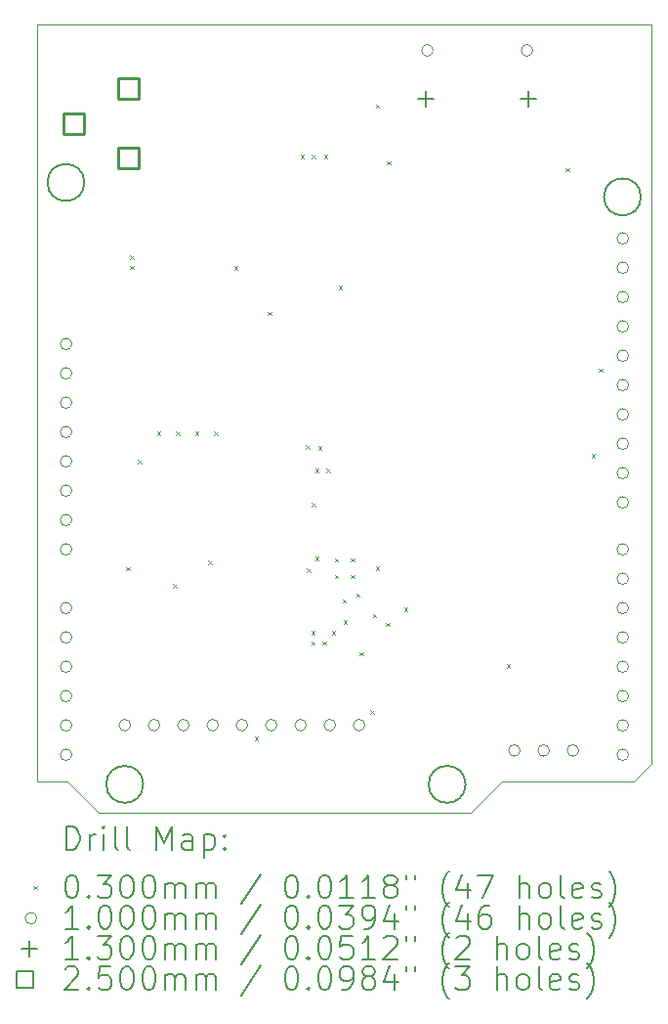
<source format=gbr>
%TF.GenerationSoftware,KiCad,Pcbnew,(6.0.8)*%
%TF.CreationDate,2022-12-17T17:30:58+01:00*%
%TF.ProjectId,anac_2040,616e6163-5f32-4303-9430-2e6b69636164,rev?*%
%TF.SameCoordinates,Original*%
%TF.FileFunction,Drillmap*%
%TF.FilePolarity,Positive*%
%FSLAX45Y45*%
G04 Gerber Fmt 4.5, Leading zero omitted, Abs format (unit mm)*
G04 Created by KiCad (PCBNEW (6.0.8)) date 2022-12-17 17:30:58*
%MOMM*%
%LPD*%
G01*
G04 APERTURE LIST*
%ADD10C,0.200000*%
%ADD11C,0.100000*%
%ADD12C,0.030000*%
%ADD13C,0.130000*%
%ADD14C,0.250000*%
G04 APERTURE END LIST*
D10*
X16550000Y-12045000D02*
G75*
G03*
X16550000Y-12045000I-160000J0D01*
G01*
X13245000Y-6835000D02*
G75*
G03*
X13245000Y-6835000I-160000J0D01*
G01*
D11*
X18162400Y-5470100D02*
X12837400Y-5470100D01*
D10*
X13755000Y-12045000D02*
G75*
G03*
X13755000Y-12045000I-160000J0D01*
G01*
X18070000Y-6960000D02*
G75*
G03*
X18070000Y-6960000I-160000J0D01*
G01*
D11*
X13100000Y-12020100D02*
X13372400Y-12295100D01*
X18012400Y-12020100D02*
X18162400Y-11870000D01*
X18162400Y-11870000D02*
X18162400Y-5470100D01*
X16862400Y-12020100D02*
X18012400Y-12020100D01*
X13372400Y-12295100D02*
X16592400Y-12295100D01*
X12837400Y-12020100D02*
X13100000Y-12020100D01*
X16592400Y-12295100D02*
X16862400Y-12020100D01*
X12837400Y-5470100D02*
X12837400Y-12020100D01*
D10*
D12*
X13607400Y-10165100D02*
X13637400Y-10195100D01*
X13637400Y-10165100D02*
X13607400Y-10195100D01*
X13640000Y-7465000D02*
X13670000Y-7495000D01*
X13670000Y-7465000D02*
X13640000Y-7495000D01*
X13640000Y-7555000D02*
X13670000Y-7585000D01*
X13670000Y-7555000D02*
X13640000Y-7585000D01*
X13707400Y-9235100D02*
X13737400Y-9265100D01*
X13737400Y-9235100D02*
X13707400Y-9265100D01*
X13875000Y-8992500D02*
X13905000Y-9022500D01*
X13905000Y-8992500D02*
X13875000Y-9022500D01*
X14012400Y-10310100D02*
X14042400Y-10340100D01*
X14042400Y-10310100D02*
X14012400Y-10340100D01*
X14040667Y-8992500D02*
X14070667Y-9022500D01*
X14070667Y-8992500D02*
X14040667Y-9022500D01*
X14206333Y-8992500D02*
X14236333Y-9022500D01*
X14236333Y-8992500D02*
X14206333Y-9022500D01*
X14317400Y-10110100D02*
X14347400Y-10140100D01*
X14347400Y-10110100D02*
X14317400Y-10140100D01*
X14372000Y-8992500D02*
X14402000Y-9022500D01*
X14402000Y-8992500D02*
X14372000Y-9022500D01*
X14545000Y-7560000D02*
X14575000Y-7590000D01*
X14575000Y-7560000D02*
X14545000Y-7590000D01*
X14723000Y-11633800D02*
X14753000Y-11663800D01*
X14753000Y-11633800D02*
X14723000Y-11663800D01*
X14837823Y-7955000D02*
X14867823Y-7985000D01*
X14867823Y-7955000D02*
X14837823Y-7985000D01*
X15117650Y-6595000D02*
X15147650Y-6625000D01*
X15147650Y-6595000D02*
X15117650Y-6625000D01*
X15166735Y-9111691D02*
X15196735Y-9141691D01*
X15196735Y-9111691D02*
X15166735Y-9141691D01*
X15172952Y-10176598D02*
X15202952Y-10206598D01*
X15202952Y-10176598D02*
X15172952Y-10206598D01*
X15212350Y-10807674D02*
X15242350Y-10837674D01*
X15242350Y-10807674D02*
X15212350Y-10837674D01*
X15212417Y-10717724D02*
X15242417Y-10747724D01*
X15242417Y-10717724D02*
X15212417Y-10747724D01*
X15217400Y-9610100D02*
X15247400Y-9640100D01*
X15247400Y-9610100D02*
X15217400Y-9640100D01*
X15217650Y-6595000D02*
X15247650Y-6625000D01*
X15247650Y-6595000D02*
X15217650Y-6625000D01*
X15245539Y-10073590D02*
X15275539Y-10103590D01*
X15275539Y-10073590D02*
X15245539Y-10103590D01*
X15247000Y-9311823D02*
X15277000Y-9341823D01*
X15277000Y-9311823D02*
X15247000Y-9341823D01*
X15272000Y-9117500D02*
X15302000Y-9147500D01*
X15302000Y-9117500D02*
X15272000Y-9147500D01*
X15309875Y-10807674D02*
X15339875Y-10837674D01*
X15339875Y-10807674D02*
X15309875Y-10837674D01*
X15322550Y-6595000D02*
X15352550Y-6625000D01*
X15352550Y-6595000D02*
X15322550Y-6625000D01*
X15341323Y-9311823D02*
X15371323Y-9341823D01*
X15371323Y-9311823D02*
X15341323Y-9341823D01*
X15390050Y-10720100D02*
X15420050Y-10750100D01*
X15420050Y-10720100D02*
X15390050Y-10750100D01*
X15414289Y-10089289D02*
X15444289Y-10119289D01*
X15444289Y-10089289D02*
X15414289Y-10119289D01*
X15414289Y-10230711D02*
X15444289Y-10260711D01*
X15444289Y-10230711D02*
X15414289Y-10260711D01*
X15447500Y-7727500D02*
X15477500Y-7757500D01*
X15477500Y-7727500D02*
X15447500Y-7757500D01*
X15485000Y-10441224D02*
X15515000Y-10471224D01*
X15515000Y-10441224D02*
X15485000Y-10471224D01*
X15493177Y-10626323D02*
X15523177Y-10656323D01*
X15523177Y-10626323D02*
X15493177Y-10656323D01*
X15555711Y-10089289D02*
X15585711Y-10119289D01*
X15585711Y-10089289D02*
X15555711Y-10119289D01*
X15555711Y-10230711D02*
X15585711Y-10260711D01*
X15585711Y-10230711D02*
X15555711Y-10260711D01*
X15600050Y-10391490D02*
X15630050Y-10421490D01*
X15630050Y-10391490D02*
X15600050Y-10421490D01*
X15632400Y-10900100D02*
X15662400Y-10930100D01*
X15662400Y-10900100D02*
X15632400Y-10930100D01*
X15726300Y-11405200D02*
X15756300Y-11435200D01*
X15756300Y-11405200D02*
X15726300Y-11435200D01*
X15745050Y-10568289D02*
X15775050Y-10598289D01*
X15775050Y-10568289D02*
X15745050Y-10598289D01*
X15770000Y-10160000D02*
X15800000Y-10190000D01*
X15800000Y-10160000D02*
X15770000Y-10190000D01*
X15772000Y-6160000D02*
X15802000Y-6190000D01*
X15802000Y-6160000D02*
X15772000Y-6190000D01*
X15859567Y-10645403D02*
X15889567Y-10675403D01*
X15889567Y-10645403D02*
X15859567Y-10675403D01*
X15867400Y-6650150D02*
X15897400Y-6680150D01*
X15897400Y-6650150D02*
X15867400Y-6680150D01*
X16017400Y-10515100D02*
X16047400Y-10545100D01*
X16047400Y-10515100D02*
X16017400Y-10545100D01*
X16907400Y-11005100D02*
X16937400Y-11035100D01*
X16937400Y-11005100D02*
X16907400Y-11035100D01*
X17417400Y-6710100D02*
X17447400Y-6740100D01*
X17447400Y-6710100D02*
X17417400Y-6740100D01*
X17642400Y-9185100D02*
X17672400Y-9215100D01*
X17672400Y-9185100D02*
X17642400Y-9215100D01*
X17705000Y-8445000D02*
X17735000Y-8475000D01*
X17735000Y-8445000D02*
X17705000Y-8475000D01*
D11*
X13137000Y-8232500D02*
G75*
G03*
X13137000Y-8232500I-50000J0D01*
G01*
X13137000Y-8486500D02*
G75*
G03*
X13137000Y-8486500I-50000J0D01*
G01*
X13137000Y-8740500D02*
G75*
G03*
X13137000Y-8740500I-50000J0D01*
G01*
X13137000Y-8994500D02*
G75*
G03*
X13137000Y-8994500I-50000J0D01*
G01*
X13137000Y-9248500D02*
G75*
G03*
X13137000Y-9248500I-50000J0D01*
G01*
X13137000Y-9502500D02*
G75*
G03*
X13137000Y-9502500I-50000J0D01*
G01*
X13137000Y-9756500D02*
G75*
G03*
X13137000Y-9756500I-50000J0D01*
G01*
X13137000Y-10010500D02*
G75*
G03*
X13137000Y-10010500I-50000J0D01*
G01*
X13137000Y-10518500D02*
G75*
G03*
X13137000Y-10518500I-50000J0D01*
G01*
X13137000Y-10772500D02*
G75*
G03*
X13137000Y-10772500I-50000J0D01*
G01*
X13137000Y-11026500D02*
G75*
G03*
X13137000Y-11026500I-50000J0D01*
G01*
X13137000Y-11280500D02*
G75*
G03*
X13137000Y-11280500I-50000J0D01*
G01*
X13137000Y-11534500D02*
G75*
G03*
X13137000Y-11534500I-50000J0D01*
G01*
X13137000Y-11788500D02*
G75*
G03*
X13137000Y-11788500I-50000J0D01*
G01*
X13646000Y-11532000D02*
G75*
G03*
X13646000Y-11532000I-50000J0D01*
G01*
X13900000Y-11532000D02*
G75*
G03*
X13900000Y-11532000I-50000J0D01*
G01*
X14154000Y-11532000D02*
G75*
G03*
X14154000Y-11532000I-50000J0D01*
G01*
X14408000Y-11532000D02*
G75*
G03*
X14408000Y-11532000I-50000J0D01*
G01*
X14662000Y-11532000D02*
G75*
G03*
X14662000Y-11532000I-50000J0D01*
G01*
X14916000Y-11532000D02*
G75*
G03*
X14916000Y-11532000I-50000J0D01*
G01*
X15170000Y-11532000D02*
G75*
G03*
X15170000Y-11532000I-50000J0D01*
G01*
X15424000Y-11532000D02*
G75*
G03*
X15424000Y-11532000I-50000J0D01*
G01*
X15678000Y-11532000D02*
G75*
G03*
X15678000Y-11532000I-50000J0D01*
G01*
X16268000Y-5691250D02*
G75*
G03*
X16268000Y-5691250I-50000J0D01*
G01*
X17022500Y-11752500D02*
G75*
G03*
X17022500Y-11752500I-50000J0D01*
G01*
X17132000Y-5691250D02*
G75*
G03*
X17132000Y-5691250I-50000J0D01*
G01*
X17276500Y-11752500D02*
G75*
G03*
X17276500Y-11752500I-50000J0D01*
G01*
X17530500Y-11752500D02*
G75*
G03*
X17530500Y-11752500I-50000J0D01*
G01*
X17963000Y-7318500D02*
G75*
G03*
X17963000Y-7318500I-50000J0D01*
G01*
X17963000Y-7572500D02*
G75*
G03*
X17963000Y-7572500I-50000J0D01*
G01*
X17963000Y-7826500D02*
G75*
G03*
X17963000Y-7826500I-50000J0D01*
G01*
X17963000Y-8080500D02*
G75*
G03*
X17963000Y-8080500I-50000J0D01*
G01*
X17963000Y-8334500D02*
G75*
G03*
X17963000Y-8334500I-50000J0D01*
G01*
X17963000Y-8588500D02*
G75*
G03*
X17963000Y-8588500I-50000J0D01*
G01*
X17963000Y-8842500D02*
G75*
G03*
X17963000Y-8842500I-50000J0D01*
G01*
X17963000Y-9096500D02*
G75*
G03*
X17963000Y-9096500I-50000J0D01*
G01*
X17963000Y-9350500D02*
G75*
G03*
X17963000Y-9350500I-50000J0D01*
G01*
X17963000Y-9604500D02*
G75*
G03*
X17963000Y-9604500I-50000J0D01*
G01*
X17963000Y-10010500D02*
G75*
G03*
X17963000Y-10010500I-50000J0D01*
G01*
X17963000Y-10264500D02*
G75*
G03*
X17963000Y-10264500I-50000J0D01*
G01*
X17963000Y-10518500D02*
G75*
G03*
X17963000Y-10518500I-50000J0D01*
G01*
X17963000Y-10772500D02*
G75*
G03*
X17963000Y-10772500I-50000J0D01*
G01*
X17963000Y-11026500D02*
G75*
G03*
X17963000Y-11026500I-50000J0D01*
G01*
X17963000Y-11280500D02*
G75*
G03*
X17963000Y-11280500I-50000J0D01*
G01*
X17963000Y-11534500D02*
G75*
G03*
X17963000Y-11534500I-50000J0D01*
G01*
X17963000Y-11788500D02*
G75*
G03*
X17963000Y-11788500I-50000J0D01*
G01*
D13*
X16205000Y-6044250D02*
X16205000Y-6174250D01*
X16140000Y-6109250D02*
X16270000Y-6109250D01*
X17095000Y-6044250D02*
X17095000Y-6174250D01*
X17030000Y-6109250D02*
X17160000Y-6109250D01*
D14*
X13243389Y-6413389D02*
X13243389Y-6236611D01*
X13066611Y-6236611D01*
X13066611Y-6413389D01*
X13243389Y-6413389D01*
X13713389Y-6113389D02*
X13713389Y-5936611D01*
X13536611Y-5936611D01*
X13536611Y-6113389D01*
X13713389Y-6113389D01*
X13713389Y-6713389D02*
X13713389Y-6536611D01*
X13536611Y-6536611D01*
X13536611Y-6713389D01*
X13713389Y-6713389D01*
D10*
X13090019Y-12610576D02*
X13090019Y-12410576D01*
X13137638Y-12410576D01*
X13166209Y-12420100D01*
X13185257Y-12439148D01*
X13194781Y-12458195D01*
X13204305Y-12496290D01*
X13204305Y-12524862D01*
X13194781Y-12562957D01*
X13185257Y-12582005D01*
X13166209Y-12601052D01*
X13137638Y-12610576D01*
X13090019Y-12610576D01*
X13290019Y-12610576D02*
X13290019Y-12477243D01*
X13290019Y-12515338D02*
X13299543Y-12496290D01*
X13309067Y-12486767D01*
X13328114Y-12477243D01*
X13347162Y-12477243D01*
X13413828Y-12610576D02*
X13413828Y-12477243D01*
X13413828Y-12410576D02*
X13404305Y-12420100D01*
X13413828Y-12429624D01*
X13423352Y-12420100D01*
X13413828Y-12410576D01*
X13413828Y-12429624D01*
X13537638Y-12610576D02*
X13518590Y-12601052D01*
X13509067Y-12582005D01*
X13509067Y-12410576D01*
X13642400Y-12610576D02*
X13623352Y-12601052D01*
X13613828Y-12582005D01*
X13613828Y-12410576D01*
X13870971Y-12610576D02*
X13870971Y-12410576D01*
X13937638Y-12553433D01*
X14004305Y-12410576D01*
X14004305Y-12610576D01*
X14185257Y-12610576D02*
X14185257Y-12505814D01*
X14175733Y-12486767D01*
X14156686Y-12477243D01*
X14118590Y-12477243D01*
X14099543Y-12486767D01*
X14185257Y-12601052D02*
X14166209Y-12610576D01*
X14118590Y-12610576D01*
X14099543Y-12601052D01*
X14090019Y-12582005D01*
X14090019Y-12562957D01*
X14099543Y-12543909D01*
X14118590Y-12534386D01*
X14166209Y-12534386D01*
X14185257Y-12524862D01*
X14280495Y-12477243D02*
X14280495Y-12677243D01*
X14280495Y-12486767D02*
X14299543Y-12477243D01*
X14337638Y-12477243D01*
X14356686Y-12486767D01*
X14366209Y-12496290D01*
X14375733Y-12515338D01*
X14375733Y-12572481D01*
X14366209Y-12591528D01*
X14356686Y-12601052D01*
X14337638Y-12610576D01*
X14299543Y-12610576D01*
X14280495Y-12601052D01*
X14461448Y-12591528D02*
X14470971Y-12601052D01*
X14461448Y-12610576D01*
X14451924Y-12601052D01*
X14461448Y-12591528D01*
X14461448Y-12610576D01*
X14461448Y-12486767D02*
X14470971Y-12496290D01*
X14461448Y-12505814D01*
X14451924Y-12496290D01*
X14461448Y-12486767D01*
X14461448Y-12505814D01*
D12*
X12802400Y-12925100D02*
X12832400Y-12955100D01*
X12832400Y-12925100D02*
X12802400Y-12955100D01*
D10*
X13128114Y-12830576D02*
X13147162Y-12830576D01*
X13166209Y-12840100D01*
X13175733Y-12849624D01*
X13185257Y-12868671D01*
X13194781Y-12906767D01*
X13194781Y-12954386D01*
X13185257Y-12992481D01*
X13175733Y-13011528D01*
X13166209Y-13021052D01*
X13147162Y-13030576D01*
X13128114Y-13030576D01*
X13109067Y-13021052D01*
X13099543Y-13011528D01*
X13090019Y-12992481D01*
X13080495Y-12954386D01*
X13080495Y-12906767D01*
X13090019Y-12868671D01*
X13099543Y-12849624D01*
X13109067Y-12840100D01*
X13128114Y-12830576D01*
X13280495Y-13011528D02*
X13290019Y-13021052D01*
X13280495Y-13030576D01*
X13270971Y-13021052D01*
X13280495Y-13011528D01*
X13280495Y-13030576D01*
X13356686Y-12830576D02*
X13480495Y-12830576D01*
X13413828Y-12906767D01*
X13442400Y-12906767D01*
X13461448Y-12916290D01*
X13470971Y-12925814D01*
X13480495Y-12944862D01*
X13480495Y-12992481D01*
X13470971Y-13011528D01*
X13461448Y-13021052D01*
X13442400Y-13030576D01*
X13385257Y-13030576D01*
X13366209Y-13021052D01*
X13356686Y-13011528D01*
X13604305Y-12830576D02*
X13623352Y-12830576D01*
X13642400Y-12840100D01*
X13651924Y-12849624D01*
X13661448Y-12868671D01*
X13670971Y-12906767D01*
X13670971Y-12954386D01*
X13661448Y-12992481D01*
X13651924Y-13011528D01*
X13642400Y-13021052D01*
X13623352Y-13030576D01*
X13604305Y-13030576D01*
X13585257Y-13021052D01*
X13575733Y-13011528D01*
X13566209Y-12992481D01*
X13556686Y-12954386D01*
X13556686Y-12906767D01*
X13566209Y-12868671D01*
X13575733Y-12849624D01*
X13585257Y-12840100D01*
X13604305Y-12830576D01*
X13794781Y-12830576D02*
X13813828Y-12830576D01*
X13832876Y-12840100D01*
X13842400Y-12849624D01*
X13851924Y-12868671D01*
X13861448Y-12906767D01*
X13861448Y-12954386D01*
X13851924Y-12992481D01*
X13842400Y-13011528D01*
X13832876Y-13021052D01*
X13813828Y-13030576D01*
X13794781Y-13030576D01*
X13775733Y-13021052D01*
X13766209Y-13011528D01*
X13756686Y-12992481D01*
X13747162Y-12954386D01*
X13747162Y-12906767D01*
X13756686Y-12868671D01*
X13766209Y-12849624D01*
X13775733Y-12840100D01*
X13794781Y-12830576D01*
X13947162Y-13030576D02*
X13947162Y-12897243D01*
X13947162Y-12916290D02*
X13956686Y-12906767D01*
X13975733Y-12897243D01*
X14004305Y-12897243D01*
X14023352Y-12906767D01*
X14032876Y-12925814D01*
X14032876Y-13030576D01*
X14032876Y-12925814D02*
X14042400Y-12906767D01*
X14061448Y-12897243D01*
X14090019Y-12897243D01*
X14109067Y-12906767D01*
X14118590Y-12925814D01*
X14118590Y-13030576D01*
X14213828Y-13030576D02*
X14213828Y-12897243D01*
X14213828Y-12916290D02*
X14223352Y-12906767D01*
X14242400Y-12897243D01*
X14270971Y-12897243D01*
X14290019Y-12906767D01*
X14299543Y-12925814D01*
X14299543Y-13030576D01*
X14299543Y-12925814D02*
X14309067Y-12906767D01*
X14328114Y-12897243D01*
X14356686Y-12897243D01*
X14375733Y-12906767D01*
X14385257Y-12925814D01*
X14385257Y-13030576D01*
X14775733Y-12821052D02*
X14604305Y-13078195D01*
X15032876Y-12830576D02*
X15051924Y-12830576D01*
X15070971Y-12840100D01*
X15080495Y-12849624D01*
X15090019Y-12868671D01*
X15099543Y-12906767D01*
X15099543Y-12954386D01*
X15090019Y-12992481D01*
X15080495Y-13011528D01*
X15070971Y-13021052D01*
X15051924Y-13030576D01*
X15032876Y-13030576D01*
X15013828Y-13021052D01*
X15004305Y-13011528D01*
X14994781Y-12992481D01*
X14985257Y-12954386D01*
X14985257Y-12906767D01*
X14994781Y-12868671D01*
X15004305Y-12849624D01*
X15013828Y-12840100D01*
X15032876Y-12830576D01*
X15185257Y-13011528D02*
X15194781Y-13021052D01*
X15185257Y-13030576D01*
X15175733Y-13021052D01*
X15185257Y-13011528D01*
X15185257Y-13030576D01*
X15318590Y-12830576D02*
X15337638Y-12830576D01*
X15356686Y-12840100D01*
X15366209Y-12849624D01*
X15375733Y-12868671D01*
X15385257Y-12906767D01*
X15385257Y-12954386D01*
X15375733Y-12992481D01*
X15366209Y-13011528D01*
X15356686Y-13021052D01*
X15337638Y-13030576D01*
X15318590Y-13030576D01*
X15299543Y-13021052D01*
X15290019Y-13011528D01*
X15280495Y-12992481D01*
X15270971Y-12954386D01*
X15270971Y-12906767D01*
X15280495Y-12868671D01*
X15290019Y-12849624D01*
X15299543Y-12840100D01*
X15318590Y-12830576D01*
X15575733Y-13030576D02*
X15461448Y-13030576D01*
X15518590Y-13030576D02*
X15518590Y-12830576D01*
X15499543Y-12859148D01*
X15480495Y-12878195D01*
X15461448Y-12887719D01*
X15766209Y-13030576D02*
X15651924Y-13030576D01*
X15709067Y-13030576D02*
X15709067Y-12830576D01*
X15690019Y-12859148D01*
X15670971Y-12878195D01*
X15651924Y-12887719D01*
X15880495Y-12916290D02*
X15861448Y-12906767D01*
X15851924Y-12897243D01*
X15842400Y-12878195D01*
X15842400Y-12868671D01*
X15851924Y-12849624D01*
X15861448Y-12840100D01*
X15880495Y-12830576D01*
X15918590Y-12830576D01*
X15937638Y-12840100D01*
X15947162Y-12849624D01*
X15956686Y-12868671D01*
X15956686Y-12878195D01*
X15947162Y-12897243D01*
X15937638Y-12906767D01*
X15918590Y-12916290D01*
X15880495Y-12916290D01*
X15861448Y-12925814D01*
X15851924Y-12935338D01*
X15842400Y-12954386D01*
X15842400Y-12992481D01*
X15851924Y-13011528D01*
X15861448Y-13021052D01*
X15880495Y-13030576D01*
X15918590Y-13030576D01*
X15937638Y-13021052D01*
X15947162Y-13011528D01*
X15956686Y-12992481D01*
X15956686Y-12954386D01*
X15947162Y-12935338D01*
X15937638Y-12925814D01*
X15918590Y-12916290D01*
X16032876Y-12830576D02*
X16032876Y-12868671D01*
X16109067Y-12830576D02*
X16109067Y-12868671D01*
X16404305Y-13106767D02*
X16394781Y-13097243D01*
X16375733Y-13068671D01*
X16366209Y-13049624D01*
X16356686Y-13021052D01*
X16347162Y-12973433D01*
X16347162Y-12935338D01*
X16356686Y-12887719D01*
X16366209Y-12859148D01*
X16375733Y-12840100D01*
X16394781Y-12811528D01*
X16404305Y-12802005D01*
X16566209Y-12897243D02*
X16566209Y-13030576D01*
X16518590Y-12821052D02*
X16470971Y-12963909D01*
X16594781Y-12963909D01*
X16651924Y-12830576D02*
X16785257Y-12830576D01*
X16699543Y-13030576D01*
X17013829Y-13030576D02*
X17013829Y-12830576D01*
X17099543Y-13030576D02*
X17099543Y-12925814D01*
X17090019Y-12906767D01*
X17070971Y-12897243D01*
X17042400Y-12897243D01*
X17023352Y-12906767D01*
X17013829Y-12916290D01*
X17223352Y-13030576D02*
X17204305Y-13021052D01*
X17194781Y-13011528D01*
X17185257Y-12992481D01*
X17185257Y-12935338D01*
X17194781Y-12916290D01*
X17204305Y-12906767D01*
X17223352Y-12897243D01*
X17251924Y-12897243D01*
X17270971Y-12906767D01*
X17280495Y-12916290D01*
X17290019Y-12935338D01*
X17290019Y-12992481D01*
X17280495Y-13011528D01*
X17270971Y-13021052D01*
X17251924Y-13030576D01*
X17223352Y-13030576D01*
X17404305Y-13030576D02*
X17385257Y-13021052D01*
X17375733Y-13002005D01*
X17375733Y-12830576D01*
X17556686Y-13021052D02*
X17537638Y-13030576D01*
X17499543Y-13030576D01*
X17480495Y-13021052D01*
X17470971Y-13002005D01*
X17470971Y-12925814D01*
X17480495Y-12906767D01*
X17499543Y-12897243D01*
X17537638Y-12897243D01*
X17556686Y-12906767D01*
X17566210Y-12925814D01*
X17566210Y-12944862D01*
X17470971Y-12963909D01*
X17642400Y-13021052D02*
X17661448Y-13030576D01*
X17699543Y-13030576D01*
X17718590Y-13021052D01*
X17728114Y-13002005D01*
X17728114Y-12992481D01*
X17718590Y-12973433D01*
X17699543Y-12963909D01*
X17670971Y-12963909D01*
X17651924Y-12954386D01*
X17642400Y-12935338D01*
X17642400Y-12925814D01*
X17651924Y-12906767D01*
X17670971Y-12897243D01*
X17699543Y-12897243D01*
X17718590Y-12906767D01*
X17794781Y-13106767D02*
X17804305Y-13097243D01*
X17823352Y-13068671D01*
X17832876Y-13049624D01*
X17842400Y-13021052D01*
X17851924Y-12973433D01*
X17851924Y-12935338D01*
X17842400Y-12887719D01*
X17832876Y-12859148D01*
X17823352Y-12840100D01*
X17804305Y-12811528D01*
X17794781Y-12802005D01*
D11*
X12832400Y-13204100D02*
G75*
G03*
X12832400Y-13204100I-50000J0D01*
G01*
D10*
X13194781Y-13294576D02*
X13080495Y-13294576D01*
X13137638Y-13294576D02*
X13137638Y-13094576D01*
X13118590Y-13123148D01*
X13099543Y-13142195D01*
X13080495Y-13151719D01*
X13280495Y-13275528D02*
X13290019Y-13285052D01*
X13280495Y-13294576D01*
X13270971Y-13285052D01*
X13280495Y-13275528D01*
X13280495Y-13294576D01*
X13413828Y-13094576D02*
X13432876Y-13094576D01*
X13451924Y-13104100D01*
X13461448Y-13113624D01*
X13470971Y-13132671D01*
X13480495Y-13170767D01*
X13480495Y-13218386D01*
X13470971Y-13256481D01*
X13461448Y-13275528D01*
X13451924Y-13285052D01*
X13432876Y-13294576D01*
X13413828Y-13294576D01*
X13394781Y-13285052D01*
X13385257Y-13275528D01*
X13375733Y-13256481D01*
X13366209Y-13218386D01*
X13366209Y-13170767D01*
X13375733Y-13132671D01*
X13385257Y-13113624D01*
X13394781Y-13104100D01*
X13413828Y-13094576D01*
X13604305Y-13094576D02*
X13623352Y-13094576D01*
X13642400Y-13104100D01*
X13651924Y-13113624D01*
X13661448Y-13132671D01*
X13670971Y-13170767D01*
X13670971Y-13218386D01*
X13661448Y-13256481D01*
X13651924Y-13275528D01*
X13642400Y-13285052D01*
X13623352Y-13294576D01*
X13604305Y-13294576D01*
X13585257Y-13285052D01*
X13575733Y-13275528D01*
X13566209Y-13256481D01*
X13556686Y-13218386D01*
X13556686Y-13170767D01*
X13566209Y-13132671D01*
X13575733Y-13113624D01*
X13585257Y-13104100D01*
X13604305Y-13094576D01*
X13794781Y-13094576D02*
X13813828Y-13094576D01*
X13832876Y-13104100D01*
X13842400Y-13113624D01*
X13851924Y-13132671D01*
X13861448Y-13170767D01*
X13861448Y-13218386D01*
X13851924Y-13256481D01*
X13842400Y-13275528D01*
X13832876Y-13285052D01*
X13813828Y-13294576D01*
X13794781Y-13294576D01*
X13775733Y-13285052D01*
X13766209Y-13275528D01*
X13756686Y-13256481D01*
X13747162Y-13218386D01*
X13747162Y-13170767D01*
X13756686Y-13132671D01*
X13766209Y-13113624D01*
X13775733Y-13104100D01*
X13794781Y-13094576D01*
X13947162Y-13294576D02*
X13947162Y-13161243D01*
X13947162Y-13180290D02*
X13956686Y-13170767D01*
X13975733Y-13161243D01*
X14004305Y-13161243D01*
X14023352Y-13170767D01*
X14032876Y-13189814D01*
X14032876Y-13294576D01*
X14032876Y-13189814D02*
X14042400Y-13170767D01*
X14061448Y-13161243D01*
X14090019Y-13161243D01*
X14109067Y-13170767D01*
X14118590Y-13189814D01*
X14118590Y-13294576D01*
X14213828Y-13294576D02*
X14213828Y-13161243D01*
X14213828Y-13180290D02*
X14223352Y-13170767D01*
X14242400Y-13161243D01*
X14270971Y-13161243D01*
X14290019Y-13170767D01*
X14299543Y-13189814D01*
X14299543Y-13294576D01*
X14299543Y-13189814D02*
X14309067Y-13170767D01*
X14328114Y-13161243D01*
X14356686Y-13161243D01*
X14375733Y-13170767D01*
X14385257Y-13189814D01*
X14385257Y-13294576D01*
X14775733Y-13085052D02*
X14604305Y-13342195D01*
X15032876Y-13094576D02*
X15051924Y-13094576D01*
X15070971Y-13104100D01*
X15080495Y-13113624D01*
X15090019Y-13132671D01*
X15099543Y-13170767D01*
X15099543Y-13218386D01*
X15090019Y-13256481D01*
X15080495Y-13275528D01*
X15070971Y-13285052D01*
X15051924Y-13294576D01*
X15032876Y-13294576D01*
X15013828Y-13285052D01*
X15004305Y-13275528D01*
X14994781Y-13256481D01*
X14985257Y-13218386D01*
X14985257Y-13170767D01*
X14994781Y-13132671D01*
X15004305Y-13113624D01*
X15013828Y-13104100D01*
X15032876Y-13094576D01*
X15185257Y-13275528D02*
X15194781Y-13285052D01*
X15185257Y-13294576D01*
X15175733Y-13285052D01*
X15185257Y-13275528D01*
X15185257Y-13294576D01*
X15318590Y-13094576D02*
X15337638Y-13094576D01*
X15356686Y-13104100D01*
X15366209Y-13113624D01*
X15375733Y-13132671D01*
X15385257Y-13170767D01*
X15385257Y-13218386D01*
X15375733Y-13256481D01*
X15366209Y-13275528D01*
X15356686Y-13285052D01*
X15337638Y-13294576D01*
X15318590Y-13294576D01*
X15299543Y-13285052D01*
X15290019Y-13275528D01*
X15280495Y-13256481D01*
X15270971Y-13218386D01*
X15270971Y-13170767D01*
X15280495Y-13132671D01*
X15290019Y-13113624D01*
X15299543Y-13104100D01*
X15318590Y-13094576D01*
X15451924Y-13094576D02*
X15575733Y-13094576D01*
X15509067Y-13170767D01*
X15537638Y-13170767D01*
X15556686Y-13180290D01*
X15566209Y-13189814D01*
X15575733Y-13208862D01*
X15575733Y-13256481D01*
X15566209Y-13275528D01*
X15556686Y-13285052D01*
X15537638Y-13294576D01*
X15480495Y-13294576D01*
X15461448Y-13285052D01*
X15451924Y-13275528D01*
X15670971Y-13294576D02*
X15709067Y-13294576D01*
X15728114Y-13285052D01*
X15737638Y-13275528D01*
X15756686Y-13246957D01*
X15766209Y-13208862D01*
X15766209Y-13132671D01*
X15756686Y-13113624D01*
X15747162Y-13104100D01*
X15728114Y-13094576D01*
X15690019Y-13094576D01*
X15670971Y-13104100D01*
X15661448Y-13113624D01*
X15651924Y-13132671D01*
X15651924Y-13180290D01*
X15661448Y-13199338D01*
X15670971Y-13208862D01*
X15690019Y-13218386D01*
X15728114Y-13218386D01*
X15747162Y-13208862D01*
X15756686Y-13199338D01*
X15766209Y-13180290D01*
X15937638Y-13161243D02*
X15937638Y-13294576D01*
X15890019Y-13085052D02*
X15842400Y-13227909D01*
X15966209Y-13227909D01*
X16032876Y-13094576D02*
X16032876Y-13132671D01*
X16109067Y-13094576D02*
X16109067Y-13132671D01*
X16404305Y-13370767D02*
X16394781Y-13361243D01*
X16375733Y-13332671D01*
X16366209Y-13313624D01*
X16356686Y-13285052D01*
X16347162Y-13237433D01*
X16347162Y-13199338D01*
X16356686Y-13151719D01*
X16366209Y-13123148D01*
X16375733Y-13104100D01*
X16394781Y-13075528D01*
X16404305Y-13066005D01*
X16566209Y-13161243D02*
X16566209Y-13294576D01*
X16518590Y-13085052D02*
X16470971Y-13227909D01*
X16594781Y-13227909D01*
X16756686Y-13094576D02*
X16718590Y-13094576D01*
X16699543Y-13104100D01*
X16690019Y-13113624D01*
X16670971Y-13142195D01*
X16661448Y-13180290D01*
X16661448Y-13256481D01*
X16670971Y-13275528D01*
X16680495Y-13285052D01*
X16699543Y-13294576D01*
X16737638Y-13294576D01*
X16756686Y-13285052D01*
X16766209Y-13275528D01*
X16775733Y-13256481D01*
X16775733Y-13208862D01*
X16766209Y-13189814D01*
X16756686Y-13180290D01*
X16737638Y-13170767D01*
X16699543Y-13170767D01*
X16680495Y-13180290D01*
X16670971Y-13189814D01*
X16661448Y-13208862D01*
X17013829Y-13294576D02*
X17013829Y-13094576D01*
X17099543Y-13294576D02*
X17099543Y-13189814D01*
X17090019Y-13170767D01*
X17070971Y-13161243D01*
X17042400Y-13161243D01*
X17023352Y-13170767D01*
X17013829Y-13180290D01*
X17223352Y-13294576D02*
X17204305Y-13285052D01*
X17194781Y-13275528D01*
X17185257Y-13256481D01*
X17185257Y-13199338D01*
X17194781Y-13180290D01*
X17204305Y-13170767D01*
X17223352Y-13161243D01*
X17251924Y-13161243D01*
X17270971Y-13170767D01*
X17280495Y-13180290D01*
X17290019Y-13199338D01*
X17290019Y-13256481D01*
X17280495Y-13275528D01*
X17270971Y-13285052D01*
X17251924Y-13294576D01*
X17223352Y-13294576D01*
X17404305Y-13294576D02*
X17385257Y-13285052D01*
X17375733Y-13266005D01*
X17375733Y-13094576D01*
X17556686Y-13285052D02*
X17537638Y-13294576D01*
X17499543Y-13294576D01*
X17480495Y-13285052D01*
X17470971Y-13266005D01*
X17470971Y-13189814D01*
X17480495Y-13170767D01*
X17499543Y-13161243D01*
X17537638Y-13161243D01*
X17556686Y-13170767D01*
X17566210Y-13189814D01*
X17566210Y-13208862D01*
X17470971Y-13227909D01*
X17642400Y-13285052D02*
X17661448Y-13294576D01*
X17699543Y-13294576D01*
X17718590Y-13285052D01*
X17728114Y-13266005D01*
X17728114Y-13256481D01*
X17718590Y-13237433D01*
X17699543Y-13227909D01*
X17670971Y-13227909D01*
X17651924Y-13218386D01*
X17642400Y-13199338D01*
X17642400Y-13189814D01*
X17651924Y-13170767D01*
X17670971Y-13161243D01*
X17699543Y-13161243D01*
X17718590Y-13170767D01*
X17794781Y-13370767D02*
X17804305Y-13361243D01*
X17823352Y-13332671D01*
X17832876Y-13313624D01*
X17842400Y-13285052D01*
X17851924Y-13237433D01*
X17851924Y-13199338D01*
X17842400Y-13151719D01*
X17832876Y-13123148D01*
X17823352Y-13104100D01*
X17804305Y-13075528D01*
X17794781Y-13066005D01*
D13*
X12767400Y-13403100D02*
X12767400Y-13533100D01*
X12702400Y-13468100D02*
X12832400Y-13468100D01*
D10*
X13194781Y-13558576D02*
X13080495Y-13558576D01*
X13137638Y-13558576D02*
X13137638Y-13358576D01*
X13118590Y-13387148D01*
X13099543Y-13406195D01*
X13080495Y-13415719D01*
X13280495Y-13539528D02*
X13290019Y-13549052D01*
X13280495Y-13558576D01*
X13270971Y-13549052D01*
X13280495Y-13539528D01*
X13280495Y-13558576D01*
X13356686Y-13358576D02*
X13480495Y-13358576D01*
X13413828Y-13434767D01*
X13442400Y-13434767D01*
X13461448Y-13444290D01*
X13470971Y-13453814D01*
X13480495Y-13472862D01*
X13480495Y-13520481D01*
X13470971Y-13539528D01*
X13461448Y-13549052D01*
X13442400Y-13558576D01*
X13385257Y-13558576D01*
X13366209Y-13549052D01*
X13356686Y-13539528D01*
X13604305Y-13358576D02*
X13623352Y-13358576D01*
X13642400Y-13368100D01*
X13651924Y-13377624D01*
X13661448Y-13396671D01*
X13670971Y-13434767D01*
X13670971Y-13482386D01*
X13661448Y-13520481D01*
X13651924Y-13539528D01*
X13642400Y-13549052D01*
X13623352Y-13558576D01*
X13604305Y-13558576D01*
X13585257Y-13549052D01*
X13575733Y-13539528D01*
X13566209Y-13520481D01*
X13556686Y-13482386D01*
X13556686Y-13434767D01*
X13566209Y-13396671D01*
X13575733Y-13377624D01*
X13585257Y-13368100D01*
X13604305Y-13358576D01*
X13794781Y-13358576D02*
X13813828Y-13358576D01*
X13832876Y-13368100D01*
X13842400Y-13377624D01*
X13851924Y-13396671D01*
X13861448Y-13434767D01*
X13861448Y-13482386D01*
X13851924Y-13520481D01*
X13842400Y-13539528D01*
X13832876Y-13549052D01*
X13813828Y-13558576D01*
X13794781Y-13558576D01*
X13775733Y-13549052D01*
X13766209Y-13539528D01*
X13756686Y-13520481D01*
X13747162Y-13482386D01*
X13747162Y-13434767D01*
X13756686Y-13396671D01*
X13766209Y-13377624D01*
X13775733Y-13368100D01*
X13794781Y-13358576D01*
X13947162Y-13558576D02*
X13947162Y-13425243D01*
X13947162Y-13444290D02*
X13956686Y-13434767D01*
X13975733Y-13425243D01*
X14004305Y-13425243D01*
X14023352Y-13434767D01*
X14032876Y-13453814D01*
X14032876Y-13558576D01*
X14032876Y-13453814D02*
X14042400Y-13434767D01*
X14061448Y-13425243D01*
X14090019Y-13425243D01*
X14109067Y-13434767D01*
X14118590Y-13453814D01*
X14118590Y-13558576D01*
X14213828Y-13558576D02*
X14213828Y-13425243D01*
X14213828Y-13444290D02*
X14223352Y-13434767D01*
X14242400Y-13425243D01*
X14270971Y-13425243D01*
X14290019Y-13434767D01*
X14299543Y-13453814D01*
X14299543Y-13558576D01*
X14299543Y-13453814D02*
X14309067Y-13434767D01*
X14328114Y-13425243D01*
X14356686Y-13425243D01*
X14375733Y-13434767D01*
X14385257Y-13453814D01*
X14385257Y-13558576D01*
X14775733Y-13349052D02*
X14604305Y-13606195D01*
X15032876Y-13358576D02*
X15051924Y-13358576D01*
X15070971Y-13368100D01*
X15080495Y-13377624D01*
X15090019Y-13396671D01*
X15099543Y-13434767D01*
X15099543Y-13482386D01*
X15090019Y-13520481D01*
X15080495Y-13539528D01*
X15070971Y-13549052D01*
X15051924Y-13558576D01*
X15032876Y-13558576D01*
X15013828Y-13549052D01*
X15004305Y-13539528D01*
X14994781Y-13520481D01*
X14985257Y-13482386D01*
X14985257Y-13434767D01*
X14994781Y-13396671D01*
X15004305Y-13377624D01*
X15013828Y-13368100D01*
X15032876Y-13358576D01*
X15185257Y-13539528D02*
X15194781Y-13549052D01*
X15185257Y-13558576D01*
X15175733Y-13549052D01*
X15185257Y-13539528D01*
X15185257Y-13558576D01*
X15318590Y-13358576D02*
X15337638Y-13358576D01*
X15356686Y-13368100D01*
X15366209Y-13377624D01*
X15375733Y-13396671D01*
X15385257Y-13434767D01*
X15385257Y-13482386D01*
X15375733Y-13520481D01*
X15366209Y-13539528D01*
X15356686Y-13549052D01*
X15337638Y-13558576D01*
X15318590Y-13558576D01*
X15299543Y-13549052D01*
X15290019Y-13539528D01*
X15280495Y-13520481D01*
X15270971Y-13482386D01*
X15270971Y-13434767D01*
X15280495Y-13396671D01*
X15290019Y-13377624D01*
X15299543Y-13368100D01*
X15318590Y-13358576D01*
X15566209Y-13358576D02*
X15470971Y-13358576D01*
X15461448Y-13453814D01*
X15470971Y-13444290D01*
X15490019Y-13434767D01*
X15537638Y-13434767D01*
X15556686Y-13444290D01*
X15566209Y-13453814D01*
X15575733Y-13472862D01*
X15575733Y-13520481D01*
X15566209Y-13539528D01*
X15556686Y-13549052D01*
X15537638Y-13558576D01*
X15490019Y-13558576D01*
X15470971Y-13549052D01*
X15461448Y-13539528D01*
X15766209Y-13558576D02*
X15651924Y-13558576D01*
X15709067Y-13558576D02*
X15709067Y-13358576D01*
X15690019Y-13387148D01*
X15670971Y-13406195D01*
X15651924Y-13415719D01*
X15842400Y-13377624D02*
X15851924Y-13368100D01*
X15870971Y-13358576D01*
X15918590Y-13358576D01*
X15937638Y-13368100D01*
X15947162Y-13377624D01*
X15956686Y-13396671D01*
X15956686Y-13415719D01*
X15947162Y-13444290D01*
X15832876Y-13558576D01*
X15956686Y-13558576D01*
X16032876Y-13358576D02*
X16032876Y-13396671D01*
X16109067Y-13358576D02*
X16109067Y-13396671D01*
X16404305Y-13634767D02*
X16394781Y-13625243D01*
X16375733Y-13596671D01*
X16366209Y-13577624D01*
X16356686Y-13549052D01*
X16347162Y-13501433D01*
X16347162Y-13463338D01*
X16356686Y-13415719D01*
X16366209Y-13387148D01*
X16375733Y-13368100D01*
X16394781Y-13339528D01*
X16404305Y-13330005D01*
X16470971Y-13377624D02*
X16480495Y-13368100D01*
X16499543Y-13358576D01*
X16547162Y-13358576D01*
X16566209Y-13368100D01*
X16575733Y-13377624D01*
X16585257Y-13396671D01*
X16585257Y-13415719D01*
X16575733Y-13444290D01*
X16461448Y-13558576D01*
X16585257Y-13558576D01*
X16823352Y-13558576D02*
X16823352Y-13358576D01*
X16909067Y-13558576D02*
X16909067Y-13453814D01*
X16899543Y-13434767D01*
X16880495Y-13425243D01*
X16851924Y-13425243D01*
X16832876Y-13434767D01*
X16823352Y-13444290D01*
X17032876Y-13558576D02*
X17013829Y-13549052D01*
X17004305Y-13539528D01*
X16994781Y-13520481D01*
X16994781Y-13463338D01*
X17004305Y-13444290D01*
X17013829Y-13434767D01*
X17032876Y-13425243D01*
X17061448Y-13425243D01*
X17080495Y-13434767D01*
X17090019Y-13444290D01*
X17099543Y-13463338D01*
X17099543Y-13520481D01*
X17090019Y-13539528D01*
X17080495Y-13549052D01*
X17061448Y-13558576D01*
X17032876Y-13558576D01*
X17213829Y-13558576D02*
X17194781Y-13549052D01*
X17185257Y-13530005D01*
X17185257Y-13358576D01*
X17366210Y-13549052D02*
X17347162Y-13558576D01*
X17309067Y-13558576D01*
X17290019Y-13549052D01*
X17280495Y-13530005D01*
X17280495Y-13453814D01*
X17290019Y-13434767D01*
X17309067Y-13425243D01*
X17347162Y-13425243D01*
X17366210Y-13434767D01*
X17375733Y-13453814D01*
X17375733Y-13472862D01*
X17280495Y-13491909D01*
X17451924Y-13549052D02*
X17470971Y-13558576D01*
X17509067Y-13558576D01*
X17528114Y-13549052D01*
X17537638Y-13530005D01*
X17537638Y-13520481D01*
X17528114Y-13501433D01*
X17509067Y-13491909D01*
X17480495Y-13491909D01*
X17461448Y-13482386D01*
X17451924Y-13463338D01*
X17451924Y-13453814D01*
X17461448Y-13434767D01*
X17480495Y-13425243D01*
X17509067Y-13425243D01*
X17528114Y-13434767D01*
X17604305Y-13634767D02*
X17613829Y-13625243D01*
X17632876Y-13596671D01*
X17642400Y-13577624D01*
X17651924Y-13549052D01*
X17661448Y-13501433D01*
X17661448Y-13463338D01*
X17651924Y-13415719D01*
X17642400Y-13387148D01*
X17632876Y-13368100D01*
X17613829Y-13339528D01*
X17604305Y-13330005D01*
X12803111Y-13802811D02*
X12803111Y-13661389D01*
X12661689Y-13661389D01*
X12661689Y-13802811D01*
X12803111Y-13802811D01*
X13080495Y-13641624D02*
X13090019Y-13632100D01*
X13109067Y-13622576D01*
X13156686Y-13622576D01*
X13175733Y-13632100D01*
X13185257Y-13641624D01*
X13194781Y-13660671D01*
X13194781Y-13679719D01*
X13185257Y-13708290D01*
X13070971Y-13822576D01*
X13194781Y-13822576D01*
X13280495Y-13803528D02*
X13290019Y-13813052D01*
X13280495Y-13822576D01*
X13270971Y-13813052D01*
X13280495Y-13803528D01*
X13280495Y-13822576D01*
X13470971Y-13622576D02*
X13375733Y-13622576D01*
X13366209Y-13717814D01*
X13375733Y-13708290D01*
X13394781Y-13698767D01*
X13442400Y-13698767D01*
X13461448Y-13708290D01*
X13470971Y-13717814D01*
X13480495Y-13736862D01*
X13480495Y-13784481D01*
X13470971Y-13803528D01*
X13461448Y-13813052D01*
X13442400Y-13822576D01*
X13394781Y-13822576D01*
X13375733Y-13813052D01*
X13366209Y-13803528D01*
X13604305Y-13622576D02*
X13623352Y-13622576D01*
X13642400Y-13632100D01*
X13651924Y-13641624D01*
X13661448Y-13660671D01*
X13670971Y-13698767D01*
X13670971Y-13746386D01*
X13661448Y-13784481D01*
X13651924Y-13803528D01*
X13642400Y-13813052D01*
X13623352Y-13822576D01*
X13604305Y-13822576D01*
X13585257Y-13813052D01*
X13575733Y-13803528D01*
X13566209Y-13784481D01*
X13556686Y-13746386D01*
X13556686Y-13698767D01*
X13566209Y-13660671D01*
X13575733Y-13641624D01*
X13585257Y-13632100D01*
X13604305Y-13622576D01*
X13794781Y-13622576D02*
X13813828Y-13622576D01*
X13832876Y-13632100D01*
X13842400Y-13641624D01*
X13851924Y-13660671D01*
X13861448Y-13698767D01*
X13861448Y-13746386D01*
X13851924Y-13784481D01*
X13842400Y-13803528D01*
X13832876Y-13813052D01*
X13813828Y-13822576D01*
X13794781Y-13822576D01*
X13775733Y-13813052D01*
X13766209Y-13803528D01*
X13756686Y-13784481D01*
X13747162Y-13746386D01*
X13747162Y-13698767D01*
X13756686Y-13660671D01*
X13766209Y-13641624D01*
X13775733Y-13632100D01*
X13794781Y-13622576D01*
X13947162Y-13822576D02*
X13947162Y-13689243D01*
X13947162Y-13708290D02*
X13956686Y-13698767D01*
X13975733Y-13689243D01*
X14004305Y-13689243D01*
X14023352Y-13698767D01*
X14032876Y-13717814D01*
X14032876Y-13822576D01*
X14032876Y-13717814D02*
X14042400Y-13698767D01*
X14061448Y-13689243D01*
X14090019Y-13689243D01*
X14109067Y-13698767D01*
X14118590Y-13717814D01*
X14118590Y-13822576D01*
X14213828Y-13822576D02*
X14213828Y-13689243D01*
X14213828Y-13708290D02*
X14223352Y-13698767D01*
X14242400Y-13689243D01*
X14270971Y-13689243D01*
X14290019Y-13698767D01*
X14299543Y-13717814D01*
X14299543Y-13822576D01*
X14299543Y-13717814D02*
X14309067Y-13698767D01*
X14328114Y-13689243D01*
X14356686Y-13689243D01*
X14375733Y-13698767D01*
X14385257Y-13717814D01*
X14385257Y-13822576D01*
X14775733Y-13613052D02*
X14604305Y-13870195D01*
X15032876Y-13622576D02*
X15051924Y-13622576D01*
X15070971Y-13632100D01*
X15080495Y-13641624D01*
X15090019Y-13660671D01*
X15099543Y-13698767D01*
X15099543Y-13746386D01*
X15090019Y-13784481D01*
X15080495Y-13803528D01*
X15070971Y-13813052D01*
X15051924Y-13822576D01*
X15032876Y-13822576D01*
X15013828Y-13813052D01*
X15004305Y-13803528D01*
X14994781Y-13784481D01*
X14985257Y-13746386D01*
X14985257Y-13698767D01*
X14994781Y-13660671D01*
X15004305Y-13641624D01*
X15013828Y-13632100D01*
X15032876Y-13622576D01*
X15185257Y-13803528D02*
X15194781Y-13813052D01*
X15185257Y-13822576D01*
X15175733Y-13813052D01*
X15185257Y-13803528D01*
X15185257Y-13822576D01*
X15318590Y-13622576D02*
X15337638Y-13622576D01*
X15356686Y-13632100D01*
X15366209Y-13641624D01*
X15375733Y-13660671D01*
X15385257Y-13698767D01*
X15385257Y-13746386D01*
X15375733Y-13784481D01*
X15366209Y-13803528D01*
X15356686Y-13813052D01*
X15337638Y-13822576D01*
X15318590Y-13822576D01*
X15299543Y-13813052D01*
X15290019Y-13803528D01*
X15280495Y-13784481D01*
X15270971Y-13746386D01*
X15270971Y-13698767D01*
X15280495Y-13660671D01*
X15290019Y-13641624D01*
X15299543Y-13632100D01*
X15318590Y-13622576D01*
X15480495Y-13822576D02*
X15518590Y-13822576D01*
X15537638Y-13813052D01*
X15547162Y-13803528D01*
X15566209Y-13774957D01*
X15575733Y-13736862D01*
X15575733Y-13660671D01*
X15566209Y-13641624D01*
X15556686Y-13632100D01*
X15537638Y-13622576D01*
X15499543Y-13622576D01*
X15480495Y-13632100D01*
X15470971Y-13641624D01*
X15461448Y-13660671D01*
X15461448Y-13708290D01*
X15470971Y-13727338D01*
X15480495Y-13736862D01*
X15499543Y-13746386D01*
X15537638Y-13746386D01*
X15556686Y-13736862D01*
X15566209Y-13727338D01*
X15575733Y-13708290D01*
X15690019Y-13708290D02*
X15670971Y-13698767D01*
X15661448Y-13689243D01*
X15651924Y-13670195D01*
X15651924Y-13660671D01*
X15661448Y-13641624D01*
X15670971Y-13632100D01*
X15690019Y-13622576D01*
X15728114Y-13622576D01*
X15747162Y-13632100D01*
X15756686Y-13641624D01*
X15766209Y-13660671D01*
X15766209Y-13670195D01*
X15756686Y-13689243D01*
X15747162Y-13698767D01*
X15728114Y-13708290D01*
X15690019Y-13708290D01*
X15670971Y-13717814D01*
X15661448Y-13727338D01*
X15651924Y-13746386D01*
X15651924Y-13784481D01*
X15661448Y-13803528D01*
X15670971Y-13813052D01*
X15690019Y-13822576D01*
X15728114Y-13822576D01*
X15747162Y-13813052D01*
X15756686Y-13803528D01*
X15766209Y-13784481D01*
X15766209Y-13746386D01*
X15756686Y-13727338D01*
X15747162Y-13717814D01*
X15728114Y-13708290D01*
X15937638Y-13689243D02*
X15937638Y-13822576D01*
X15890019Y-13613052D02*
X15842400Y-13755909D01*
X15966209Y-13755909D01*
X16032876Y-13622576D02*
X16032876Y-13660671D01*
X16109067Y-13622576D02*
X16109067Y-13660671D01*
X16404305Y-13898767D02*
X16394781Y-13889243D01*
X16375733Y-13860671D01*
X16366209Y-13841624D01*
X16356686Y-13813052D01*
X16347162Y-13765433D01*
X16347162Y-13727338D01*
X16356686Y-13679719D01*
X16366209Y-13651148D01*
X16375733Y-13632100D01*
X16394781Y-13603528D01*
X16404305Y-13594005D01*
X16461448Y-13622576D02*
X16585257Y-13622576D01*
X16518590Y-13698767D01*
X16547162Y-13698767D01*
X16566209Y-13708290D01*
X16575733Y-13717814D01*
X16585257Y-13736862D01*
X16585257Y-13784481D01*
X16575733Y-13803528D01*
X16566209Y-13813052D01*
X16547162Y-13822576D01*
X16490019Y-13822576D01*
X16470971Y-13813052D01*
X16461448Y-13803528D01*
X16823352Y-13822576D02*
X16823352Y-13622576D01*
X16909067Y-13822576D02*
X16909067Y-13717814D01*
X16899543Y-13698767D01*
X16880495Y-13689243D01*
X16851924Y-13689243D01*
X16832876Y-13698767D01*
X16823352Y-13708290D01*
X17032876Y-13822576D02*
X17013829Y-13813052D01*
X17004305Y-13803528D01*
X16994781Y-13784481D01*
X16994781Y-13727338D01*
X17004305Y-13708290D01*
X17013829Y-13698767D01*
X17032876Y-13689243D01*
X17061448Y-13689243D01*
X17080495Y-13698767D01*
X17090019Y-13708290D01*
X17099543Y-13727338D01*
X17099543Y-13784481D01*
X17090019Y-13803528D01*
X17080495Y-13813052D01*
X17061448Y-13822576D01*
X17032876Y-13822576D01*
X17213829Y-13822576D02*
X17194781Y-13813052D01*
X17185257Y-13794005D01*
X17185257Y-13622576D01*
X17366210Y-13813052D02*
X17347162Y-13822576D01*
X17309067Y-13822576D01*
X17290019Y-13813052D01*
X17280495Y-13794005D01*
X17280495Y-13717814D01*
X17290019Y-13698767D01*
X17309067Y-13689243D01*
X17347162Y-13689243D01*
X17366210Y-13698767D01*
X17375733Y-13717814D01*
X17375733Y-13736862D01*
X17280495Y-13755909D01*
X17451924Y-13813052D02*
X17470971Y-13822576D01*
X17509067Y-13822576D01*
X17528114Y-13813052D01*
X17537638Y-13794005D01*
X17537638Y-13784481D01*
X17528114Y-13765433D01*
X17509067Y-13755909D01*
X17480495Y-13755909D01*
X17461448Y-13746386D01*
X17451924Y-13727338D01*
X17451924Y-13717814D01*
X17461448Y-13698767D01*
X17480495Y-13689243D01*
X17509067Y-13689243D01*
X17528114Y-13698767D01*
X17604305Y-13898767D02*
X17613829Y-13889243D01*
X17632876Y-13860671D01*
X17642400Y-13841624D01*
X17651924Y-13813052D01*
X17661448Y-13765433D01*
X17661448Y-13727338D01*
X17651924Y-13679719D01*
X17642400Y-13651148D01*
X17632876Y-13632100D01*
X17613829Y-13603528D01*
X17604305Y-13594005D01*
M02*

</source>
